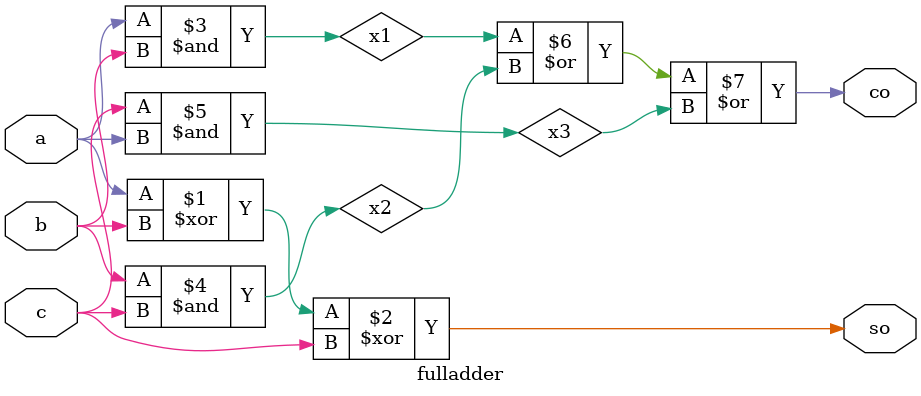
<source format=v>
module halfadder(s,c,a,b);
//input & output declaration
input a,b;
output s,c;
//gate declaration
xor ag1(s,a,b);
and ag2(c,a,b);
//end of the module
endmodule
//full adder module declaration
module fulladder(so,co,a,b,c);
//input & output declaration
input a,b,c;
output so,co;
wire x1,x2;
//gate declaration
xor ag1(so,a,b,c);
and ag2(x1,a,b);
and ag3(x2,b,c);
and ag4(x3,c,a);
or ag5(co,x1,x2,x3);
//end of the module
endmodule

</source>
